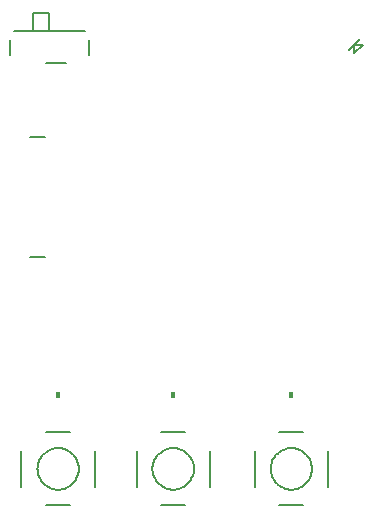
<source format=gto>
%FSTAX23Y23*%
%MOIN*%
%SFA1B1*%

%IPPOS*%
%ADD10C,0.008000*%
%ADD11C,0.005000*%
%ADD12R,0.015740X0.023622*%
%LNpcb1-1*%
%LPD*%
G54D10*
X00777Y00285D02*
D01*
X00777Y0029*
X00776Y00295*
X00776Y00299*
X00774Y00304*
X00773Y00308*
X00771Y00313*
X00769Y00317*
X00767Y00321*
X00764Y00325*
X00761Y00329*
X00758Y00333*
X00754Y00336*
X00751Y00339*
X00747Y00342*
X00743Y00345*
X00738Y00347*
X00734Y00349*
X00729Y0035*
X00725Y00352*
X0072Y00353*
X00715Y00353*
X00711Y00354*
X00706*
X00701Y00353*
X00696Y00353*
X00691Y00352*
X00687Y0035*
X00682Y00349*
X00678Y00347*
X00674Y00345*
X0067Y00342*
X00666Y00339*
X00662Y00336*
X00659Y00333*
X00655Y00329*
X00652Y00325*
X0065Y00321*
X00647Y00317*
X00645Y00313*
X00643Y00308*
X00642Y00304*
X00641Y00299*
X0064Y00295*
X00639Y0029*
X00639Y00285*
X00639Y0028*
X0064Y00275*
X00641Y00271*
X00642Y00266*
X00643Y00261*
X00645Y00257*
X00647Y00253*
X0065Y00248*
X00652Y00244*
X00655Y00241*
X00659Y00237*
X00662Y00234*
X00666Y00231*
X0067Y00228*
X00674Y00225*
X00678Y00223*
X00682Y00221*
X00687Y00219*
X00691Y00218*
X00696Y00217*
X00701Y00216*
X00706Y00216*
X00711*
X00715Y00216*
X0072Y00217*
X00725Y00218*
X00729Y00219*
X00734Y00221*
X00738Y00223*
X00743Y00225*
X00747Y00228*
X00751Y00231*
X00754Y00234*
X00758Y00237*
X00761Y00241*
X00764Y00244*
X00767Y00248*
X00769Y00253*
X00771Y00257*
X00773Y00261*
X00774Y00266*
X00776Y00271*
X00776Y00275*
X00777Y0028*
X00777Y00285*
D01*
X00777Y0029*
X00776Y00295*
X00776Y00299*
X00774Y00304*
X00773Y00308*
X00771Y00313*
X00769Y00317*
X00767Y00321*
X00764Y00325*
X00761Y00329*
X00758Y00333*
X00754Y00336*
X00751Y00339*
X00747Y00342*
X00743Y00345*
X00738Y00347*
X00734Y00349*
X00729Y0035*
X00725Y00352*
X0072Y00353*
X00715Y00353*
X00711Y00354*
X00706*
X00701Y00353*
X00696Y00353*
X00691Y00352*
X00687Y0035*
X00682Y00349*
X00678Y00347*
X00674Y00345*
X0067Y00342*
X00666Y00339*
X00662Y00336*
X00659Y00333*
X00655Y00329*
X00652Y00325*
X0065Y00321*
X00647Y00317*
X00645Y00313*
X00643Y00308*
X00642Y00304*
X00641Y00299*
X0064Y00295*
X00639Y0029*
X00639Y00285*
X00639Y0028*
X0064Y00275*
X00641Y00271*
X00642Y00266*
X00643Y00261*
X00645Y00257*
X00647Y00253*
X0065Y00248*
X00652Y00244*
X00655Y00241*
X00659Y00237*
X00662Y00234*
X00666Y00231*
X0067Y00228*
X00674Y00225*
X00678Y00223*
X00682Y00221*
X00687Y00219*
X00691Y00218*
X00696Y00217*
X00701Y00216*
X00706Y00216*
X00711*
X00715Y00216*
X0072Y00217*
X00725Y00218*
X00729Y00219*
X00734Y00221*
X00738Y00223*
X00743Y00225*
X00747Y00228*
X00751Y00231*
X00754Y00234*
X00758Y00237*
X00761Y00241*
X00764Y00244*
X00767Y00248*
X00769Y00253*
X00771Y00257*
X00773Y00261*
X00774Y00266*
X00776Y00271*
X00776Y00275*
X00777Y0028*
X00777Y00285*
X00393D02*
D01*
X00393Y0029*
X00393Y00295*
X00392Y00299*
X00391Y00304*
X00389Y00308*
X00387Y00313*
X00385Y00317*
X00383Y00321*
X0038Y00325*
X00377Y00329*
X00374Y00333*
X0037Y00336*
X00367Y00339*
X00363Y00342*
X00359Y00345*
X00355Y00347*
X0035Y00349*
X00346Y0035*
X00341Y00352*
X00336Y00353*
X00332Y00353*
X00327Y00354*
X00322*
X00317Y00353*
X00312Y00353*
X00308Y00352*
X00303Y0035*
X00298Y00349*
X00294Y00347*
X0029Y00345*
X00286Y00342*
X00282Y00339*
X00278Y00336*
X00275Y00333*
X00272Y00329*
X00269Y00325*
X00266Y00321*
X00263Y00317*
X00261Y00313*
X0026Y00308*
X00258Y00304*
X00257Y00299*
X00256Y00295*
X00256Y0029*
X00255Y00285*
X00256Y0028*
X00256Y00275*
X00257Y00271*
X00258Y00266*
X0026Y00261*
X00261Y00257*
X00263Y00253*
X00266Y00248*
X00269Y00244*
X00272Y00241*
X00275Y00237*
X00278Y00234*
X00282Y00231*
X00286Y00228*
X0029Y00225*
X00294Y00223*
X00298Y00221*
X00303Y00219*
X00308Y00218*
X00312Y00217*
X00317Y00216*
X00322Y00216*
X00327*
X00332Y00216*
X00336Y00217*
X00341Y00218*
X00346Y00219*
X0035Y00221*
X00355Y00223*
X00359Y00225*
X00363Y00228*
X00367Y00231*
X0037Y00234*
X00374Y00237*
X00377Y00241*
X0038Y00244*
X00383Y00248*
X00385Y00253*
X00387Y00257*
X00389Y00261*
X00391Y00266*
X00392Y00271*
X00393Y00275*
X00393Y0028*
X00393Y00285*
D01*
X00393Y0029*
X00393Y00295*
X00392Y00299*
X00391Y00304*
X00389Y00308*
X00387Y00313*
X00385Y00317*
X00383Y00321*
X0038Y00325*
X00377Y00329*
X00374Y00333*
X0037Y00336*
X00367Y00339*
X00363Y00342*
X00359Y00345*
X00355Y00347*
X0035Y00349*
X00346Y0035*
X00341Y00352*
X00336Y00353*
X00332Y00353*
X00327Y00354*
X00322*
X00317Y00353*
X00312Y00353*
X00308Y00352*
X00303Y0035*
X00298Y00349*
X00294Y00347*
X0029Y00345*
X00286Y00342*
X00282Y00339*
X00278Y00336*
X00275Y00333*
X00272Y00329*
X00269Y00325*
X00266Y00321*
X00263Y00317*
X00261Y00313*
X0026Y00308*
X00258Y00304*
X00257Y00299*
X00256Y00295*
X00256Y0029*
X00255Y00285*
X00256Y0028*
X00256Y00275*
X00257Y00271*
X00258Y00266*
X0026Y00261*
X00261Y00257*
X00263Y00253*
X00266Y00248*
X00269Y00244*
X00272Y00241*
X00275Y00237*
X00278Y00234*
X00282Y00231*
X00286Y00228*
X0029Y00225*
X00294Y00223*
X00298Y00221*
X00303Y00219*
X00308Y00218*
X00312Y00217*
X00317Y00216*
X00322Y00216*
X00327*
X00332Y00216*
X00336Y00217*
X00341Y00218*
X00346Y00219*
X0035Y00221*
X00355Y00223*
X00359Y00225*
X00363Y00228*
X00367Y00231*
X0037Y00234*
X00374Y00237*
X00377Y00241*
X0038Y00244*
X00383Y00248*
X00385Y00253*
X00387Y00257*
X00389Y00261*
X00391Y00266*
X00392Y00271*
X00393Y00275*
X00393Y0028*
X00393Y00285*
X01171D02*
D01*
X01171Y0029*
X0117Y00295*
X01169Y00299*
X01168Y00304*
X01167Y00308*
X01165Y00313*
X01163Y00317*
X0116Y00321*
X01158Y00325*
X01155Y00329*
X01151Y00333*
X01148Y00336*
X01144Y00339*
X0114Y00342*
X01136Y00345*
X01132Y00347*
X01128Y00349*
X01123Y0035*
X01119Y00352*
X01114Y00353*
X01109Y00353*
X01104Y00354*
X01099*
X01095Y00353*
X0109Y00353*
X01085Y00352*
X01081Y0035*
X01076Y00349*
X01072Y00347*
X01067Y00345*
X01063Y00342*
X01059Y00339*
X01056Y00336*
X01052Y00333*
X01049Y00329*
X01046Y00325*
X01043Y00321*
X01041Y00317*
X01039Y00313*
X01037Y00308*
X01036Y00304*
X01034Y00299*
X01034Y00295*
X01033Y0029*
X01033Y00285*
X01033Y0028*
X01034Y00275*
X01034Y00271*
X01036Y00266*
X01037Y00261*
X01039Y00257*
X01041Y00253*
X01043Y00248*
X01046Y00244*
X01049Y00241*
X01052Y00237*
X01056Y00234*
X01059Y00231*
X01063Y00228*
X01067Y00225*
X01072Y00223*
X01076Y00221*
X01081Y00219*
X01085Y00218*
X0109Y00217*
X01095Y00216*
X01099Y00216*
X01104*
X01109Y00216*
X01114Y00217*
X01119Y00218*
X01123Y00219*
X01128Y00221*
X01132Y00223*
X01136Y00225*
X0114Y00228*
X01144Y00231*
X01148Y00234*
X01151Y00237*
X01155Y00241*
X01158Y00244*
X0116Y00248*
X01163Y00253*
X01165Y00257*
X01167Y00261*
X01168Y00266*
X01169Y00271*
X0117Y00275*
X01171Y0028*
X01171Y00285*
D01*
X01171Y0029*
X0117Y00295*
X01169Y00299*
X01168Y00304*
X01167Y00308*
X01165Y00313*
X01163Y00317*
X0116Y00321*
X01158Y00325*
X01155Y00329*
X01151Y00333*
X01148Y00336*
X01144Y00339*
X0114Y00342*
X01136Y00345*
X01132Y00347*
X01128Y00349*
X01123Y0035*
X01119Y00352*
X01114Y00353*
X01109Y00353*
X01104Y00354*
X01099*
X01095Y00353*
X0109Y00353*
X01085Y00352*
X01081Y0035*
X01076Y00349*
X01072Y00347*
X01067Y00345*
X01063Y00342*
X01059Y00339*
X01056Y00336*
X01052Y00333*
X01049Y00329*
X01046Y00325*
X01043Y00321*
X01041Y00317*
X01039Y00313*
X01037Y00308*
X01036Y00304*
X01034Y00299*
X01034Y00295*
X01033Y0029*
X01033Y00285*
X01033Y0028*
X01034Y00275*
X01034Y00271*
X01036Y00266*
X01037Y00261*
X01039Y00257*
X01041Y00253*
X01043Y00248*
X01046Y00244*
X01049Y00241*
X01052Y00237*
X01056Y00234*
X01059Y00231*
X01063Y00228*
X01067Y00225*
X01072Y00223*
X01076Y00221*
X01081Y00219*
X01085Y00218*
X0109Y00217*
X01095Y00216*
X01099Y00216*
X01104*
X01109Y00216*
X01114Y00217*
X01119Y00218*
X01123Y00219*
X01128Y00221*
X01132Y00223*
X01136Y00225*
X0114Y00228*
X01144Y00231*
X01148Y00234*
X01151Y00237*
X01155Y00241*
X01158Y00244*
X0116Y00248*
X01163Y00253*
X01165Y00257*
X01167Y00261*
X01168Y00266*
X01169Y00271*
X0117Y00275*
X01171Y0028*
X01171Y00285*
X0023Y0099D02*
X0028D01*
X0023Y0139D02*
X0028D01*
X00669Y00163D02*
X00748D01*
X00669Y00407D02*
X00748D01*
X0083Y00226D02*
Y00344D01*
X00586Y00226D02*
Y00344D01*
X00202Y00226D02*
Y00344D01*
X00446Y00226D02*
Y00344D01*
X00285Y00407D02*
X00364D01*
X00285Y00163D02*
X00364D01*
X01062D02*
X01141D01*
X01062Y00407D02*
X01141D01*
X01224Y00226D02*
Y00344D01*
X0098Y00226D02*
Y00344D01*
G54D11*
X01311Y01671D02*
X0134Y01699D01*
X01294Y01682D02*
X0133Y01718D01*
X01311Y01699D02*
Y01671D01*
Y01699D02*
X0134D01*
X00242Y01746D02*
Y01805D01*
X00293Y01746D02*
Y01805D01*
X00242D02*
X00293D01*
X00283Y01639D02*
X0035D01*
X00163Y01665D02*
Y01716D01*
X00177Y01746D02*
X00242D01*
X00293*
X00413*
X00427Y01665D02*
Y01716D01*
G54D12*
X01102Y00531D03*
X00708D03*
X00324D03*
M02*
</source>
